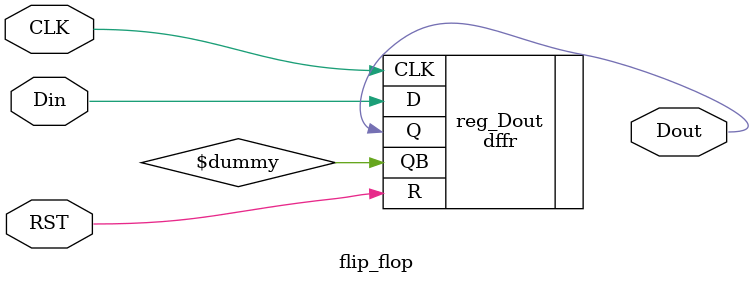
<source format=v>


module flip_flop ( CLK, RST, Din, Dout ) ;

    input CLK ;
    input RST ;
    input Din ;
    output Dout ;

    wire [0:0] \$dummy ;




    dffr reg_Dout (.Q (Dout), .QB (\$dummy [0]), .D (Din), .CLK (CLK), .R (RST)
         ) ;
endmodule


</source>
